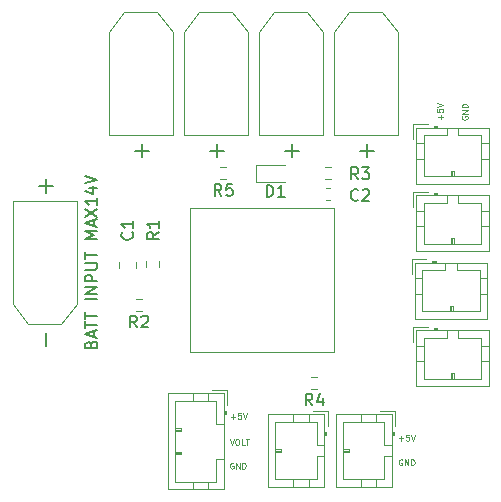
<source format=gbr>
%TF.GenerationSoftware,KiCad,Pcbnew,(5.1.9)-1*%
%TF.CreationDate,2021-02-27T14:58:15+09:00*%
%TF.ProjectId,universal_power_board_v1.2,756e6976-6572-4736-916c-5f706f776572,rev?*%
%TF.SameCoordinates,Original*%
%TF.FileFunction,Legend,Top*%
%TF.FilePolarity,Positive*%
%FSLAX46Y46*%
G04 Gerber Fmt 4.6, Leading zero omitted, Abs format (unit mm)*
G04 Created by KiCad (PCBNEW (5.1.9)-1) date 2021-02-27 14:58:15*
%MOMM*%
%LPD*%
G01*
G04 APERTURE LIST*
%ADD10C,0.125000*%
%ADD11C,0.100000*%
%ADD12C,0.120000*%
%ADD13C,0.150000*%
G04 APERTURE END LIST*
D10*
X112494107Y-92109480D02*
X112446488Y-92085670D01*
X112375060Y-92085670D01*
X112303631Y-92109480D01*
X112256012Y-92157099D01*
X112232202Y-92204718D01*
X112208393Y-92299956D01*
X112208393Y-92371384D01*
X112232202Y-92466622D01*
X112256012Y-92514241D01*
X112303631Y-92561860D01*
X112375060Y-92585670D01*
X112422679Y-92585670D01*
X112494107Y-92561860D01*
X112517917Y-92538051D01*
X112517917Y-92371384D01*
X112422679Y-92371384D01*
X112732202Y-92585670D02*
X112732202Y-92085670D01*
X113017917Y-92585670D01*
X113017917Y-92085670D01*
X113256012Y-92585670D02*
X113256012Y-92085670D01*
X113375060Y-92085670D01*
X113446488Y-92109480D01*
X113494107Y-92157099D01*
X113517917Y-92204718D01*
X113541726Y-92299956D01*
X113541726Y-92371384D01*
X113517917Y-92466622D01*
X113494107Y-92514241D01*
X113446488Y-92561860D01*
X113375060Y-92585670D01*
X113256012Y-92585670D01*
X112193331Y-90058750D02*
X112359998Y-90558750D01*
X112526664Y-90058750D01*
X112788569Y-90058750D02*
X112883807Y-90058750D01*
X112931426Y-90082560D01*
X112979045Y-90130179D01*
X113002855Y-90225417D01*
X113002855Y-90392083D01*
X112979045Y-90487321D01*
X112931426Y-90534940D01*
X112883807Y-90558750D01*
X112788569Y-90558750D01*
X112740950Y-90534940D01*
X112693331Y-90487321D01*
X112669521Y-90392083D01*
X112669521Y-90225417D01*
X112693331Y-90130179D01*
X112740950Y-90082560D01*
X112788569Y-90058750D01*
X113455236Y-90558750D02*
X113217140Y-90558750D01*
X113217140Y-90058750D01*
X113550474Y-90058750D02*
X113836188Y-90058750D01*
X113693331Y-90558750D02*
X113693331Y-90058750D01*
X112295702Y-88168634D02*
X112676655Y-88168634D01*
X112486179Y-88359110D02*
X112486179Y-87978158D01*
X113152845Y-87859110D02*
X112914750Y-87859110D01*
X112890940Y-88097205D01*
X112914750Y-88073396D01*
X112962369Y-88049586D01*
X113081417Y-88049586D01*
X113129036Y-88073396D01*
X113152845Y-88097205D01*
X113176655Y-88144824D01*
X113176655Y-88263872D01*
X113152845Y-88311491D01*
X113129036Y-88335300D01*
X113081417Y-88359110D01*
X112962369Y-88359110D01*
X112914750Y-88335300D01*
X112890940Y-88311491D01*
X113319512Y-87859110D02*
X113486179Y-88359110D01*
X113652845Y-87859110D01*
X126789227Y-91804680D02*
X126741608Y-91780870D01*
X126670180Y-91780870D01*
X126598751Y-91804680D01*
X126551132Y-91852299D01*
X126527322Y-91899918D01*
X126503513Y-91995156D01*
X126503513Y-92066584D01*
X126527322Y-92161822D01*
X126551132Y-92209441D01*
X126598751Y-92257060D01*
X126670180Y-92280870D01*
X126717799Y-92280870D01*
X126789227Y-92257060D01*
X126813037Y-92233251D01*
X126813037Y-92066584D01*
X126717799Y-92066584D01*
X127027322Y-92280870D02*
X127027322Y-91780870D01*
X127313037Y-92280870D01*
X127313037Y-91780870D01*
X127551132Y-92280870D02*
X127551132Y-91780870D01*
X127670180Y-91780870D01*
X127741608Y-91804680D01*
X127789227Y-91852299D01*
X127813037Y-91899918D01*
X127836846Y-91995156D01*
X127836846Y-92066584D01*
X127813037Y-92161822D01*
X127789227Y-92209441D01*
X127741608Y-92257060D01*
X127670180Y-92280870D01*
X127551132Y-92280870D01*
X126507002Y-90007594D02*
X126887955Y-90007594D01*
X126697479Y-90198070D02*
X126697479Y-89817118D01*
X127364145Y-89698070D02*
X127126050Y-89698070D01*
X127102240Y-89936165D01*
X127126050Y-89912356D01*
X127173669Y-89888546D01*
X127292717Y-89888546D01*
X127340336Y-89912356D01*
X127364145Y-89936165D01*
X127387955Y-89983784D01*
X127387955Y-90102832D01*
X127364145Y-90150451D01*
X127340336Y-90174260D01*
X127292717Y-90198070D01*
X127173669Y-90198070D01*
X127126050Y-90174260D01*
X127102240Y-90150451D01*
X127530812Y-89698070D02*
X127697479Y-90198070D01*
X127864145Y-89698070D01*
X130043074Y-62992237D02*
X130043074Y-62611284D01*
X130233550Y-62801760D02*
X129852598Y-62801760D01*
X129733550Y-62135094D02*
X129733550Y-62373189D01*
X129971645Y-62396999D01*
X129947836Y-62373189D01*
X129924026Y-62325570D01*
X129924026Y-62206522D01*
X129947836Y-62158903D01*
X129971645Y-62135094D01*
X130019264Y-62111284D01*
X130138312Y-62111284D01*
X130185931Y-62135094D01*
X130209740Y-62158903D01*
X130233550Y-62206522D01*
X130233550Y-62325570D01*
X130209740Y-62373189D01*
X130185931Y-62396999D01*
X129733550Y-61968427D02*
X130233550Y-61801760D01*
X129733550Y-61635094D01*
X131860480Y-62750652D02*
X131836670Y-62798271D01*
X131836670Y-62869700D01*
X131860480Y-62941128D01*
X131908099Y-62988747D01*
X131955718Y-63012557D01*
X132050956Y-63036366D01*
X132122384Y-63036366D01*
X132217622Y-63012557D01*
X132265241Y-62988747D01*
X132312860Y-62941128D01*
X132336670Y-62869700D01*
X132336670Y-62822080D01*
X132312860Y-62750652D01*
X132289051Y-62726842D01*
X132122384Y-62726842D01*
X132122384Y-62822080D01*
X132336670Y-62512557D02*
X131836670Y-62512557D01*
X132336670Y-62226842D01*
X131836670Y-62226842D01*
X132336670Y-61988747D02*
X131836670Y-61988747D01*
X131836670Y-61869700D01*
X131860480Y-61798271D01*
X131908099Y-61750652D01*
X131955718Y-61726842D01*
X132050956Y-61703033D01*
X132122384Y-61703033D01*
X132217622Y-61726842D01*
X132265241Y-61750652D01*
X132312860Y-61798271D01*
X132336670Y-61869700D01*
X132336670Y-61988747D01*
D11*
%TO.C,U1*%
X108865130Y-82673000D02*
X108865130Y-70483000D01*
X121055130Y-82673000D02*
X108865130Y-82673000D01*
X121055130Y-70483000D02*
X121055130Y-82673000D01*
X108865130Y-70483000D02*
X121055130Y-70483000D01*
D12*
%TO.C,R5*%
X111911224Y-67041500D02*
X111401776Y-67041500D01*
X111911224Y-68086500D02*
X111401776Y-68086500D01*
%TO.C,R4*%
X119611224Y-84821500D02*
X119101776Y-84821500D01*
X119611224Y-85866500D02*
X119101776Y-85866500D01*
%TO.C,R3*%
X120244776Y-68086500D02*
X120754224Y-68086500D01*
X120244776Y-67041500D02*
X120754224Y-67041500D01*
%TO.C,R2*%
X104752224Y-79262500D02*
X104242776Y-79262500D01*
X104752224Y-78217500D02*
X104242776Y-78217500D01*
%TO.C,R1*%
X106186500Y-74952776D02*
X106186500Y-75462224D01*
X105141500Y-74952776D02*
X105141500Y-75462224D01*
%TO.C,J12*%
X125115000Y-53932000D02*
X122295000Y-53932000D01*
X122295000Y-53932000D02*
X120995000Y-55632000D01*
X125115000Y-53932000D02*
X126415000Y-55632000D01*
X120995000Y-55632000D02*
X120995000Y-64352000D01*
X126415000Y-64352000D02*
X120995000Y-64352000D01*
X126415000Y-55632000D02*
X126415000Y-64352000D01*
%TO.C,J11*%
X118765000Y-53932000D02*
X115945000Y-53932000D01*
X115945000Y-53932000D02*
X114645000Y-55632000D01*
X118765000Y-53932000D02*
X120065000Y-55632000D01*
X114645000Y-55632000D02*
X114645000Y-64352000D01*
X120065000Y-64352000D02*
X114645000Y-64352000D01*
X120065000Y-55632000D02*
X120065000Y-64352000D01*
%TO.C,J10*%
X126189000Y-87683000D02*
X124939000Y-87683000D01*
X126189000Y-88933000D02*
X126189000Y-87683000D01*
X121779000Y-91043000D02*
X122279000Y-91043000D01*
X122279000Y-91143000D02*
X121779000Y-91143000D01*
X122279000Y-90943000D02*
X122279000Y-91143000D01*
X121779000Y-90943000D02*
X122279000Y-90943000D01*
X123279000Y-94103000D02*
X123279000Y-93493000D01*
X124579000Y-94103000D02*
X124579000Y-93493000D01*
X123279000Y-87983000D02*
X123279000Y-88593000D01*
X124579000Y-87983000D02*
X124579000Y-88593000D01*
X125279000Y-91543000D02*
X125889000Y-91543000D01*
X125279000Y-93493000D02*
X125279000Y-91543000D01*
X121779000Y-93493000D02*
X125279000Y-93493000D01*
X121779000Y-88593000D02*
X121779000Y-93493000D01*
X125279000Y-88593000D02*
X121779000Y-88593000D01*
X125279000Y-90543000D02*
X125279000Y-88593000D01*
X125889000Y-90543000D02*
X125279000Y-90543000D01*
X125989000Y-89743000D02*
X125989000Y-89443000D01*
X126089000Y-89443000D02*
X125889000Y-89443000D01*
X126089000Y-89743000D02*
X126089000Y-89443000D01*
X125889000Y-89743000D02*
X126089000Y-89743000D01*
X125889000Y-94103000D02*
X125889000Y-87983000D01*
X121169000Y-94103000D02*
X125889000Y-94103000D01*
X121169000Y-87983000D02*
X121169000Y-94103000D01*
X125889000Y-87983000D02*
X121169000Y-87983000D01*
%TO.C,J9*%
X120474000Y-87683000D02*
X119224000Y-87683000D01*
X120474000Y-88933000D02*
X120474000Y-87683000D01*
X116064000Y-91043000D02*
X116564000Y-91043000D01*
X116564000Y-91143000D02*
X116064000Y-91143000D01*
X116564000Y-90943000D02*
X116564000Y-91143000D01*
X116064000Y-90943000D02*
X116564000Y-90943000D01*
X117564000Y-94103000D02*
X117564000Y-93493000D01*
X118864000Y-94103000D02*
X118864000Y-93493000D01*
X117564000Y-87983000D02*
X117564000Y-88593000D01*
X118864000Y-87983000D02*
X118864000Y-88593000D01*
X119564000Y-91543000D02*
X120174000Y-91543000D01*
X119564000Y-93493000D02*
X119564000Y-91543000D01*
X116064000Y-93493000D02*
X119564000Y-93493000D01*
X116064000Y-88593000D02*
X116064000Y-93493000D01*
X119564000Y-88593000D02*
X116064000Y-88593000D01*
X119564000Y-90543000D02*
X119564000Y-88593000D01*
X120174000Y-90543000D02*
X119564000Y-90543000D01*
X120274000Y-89743000D02*
X120274000Y-89443000D01*
X120374000Y-89443000D02*
X120174000Y-89443000D01*
X120374000Y-89743000D02*
X120374000Y-89443000D01*
X120174000Y-89743000D02*
X120374000Y-89743000D01*
X120174000Y-94103000D02*
X120174000Y-87983000D01*
X115454000Y-94103000D02*
X120174000Y-94103000D01*
X115454000Y-87983000D02*
X115454000Y-94103000D01*
X120174000Y-87983000D02*
X115454000Y-87983000D01*
%TO.C,J8*%
X127688000Y-80567000D02*
X127688000Y-81817000D01*
X128938000Y-80567000D02*
X127688000Y-80567000D01*
X131048000Y-84977000D02*
X131048000Y-84477000D01*
X131148000Y-84477000D02*
X131148000Y-84977000D01*
X130948000Y-84477000D02*
X131148000Y-84477000D01*
X130948000Y-84977000D02*
X130948000Y-84477000D01*
X134108000Y-83477000D02*
X133498000Y-83477000D01*
X134108000Y-82177000D02*
X133498000Y-82177000D01*
X127988000Y-83477000D02*
X128598000Y-83477000D01*
X127988000Y-82177000D02*
X128598000Y-82177000D01*
X131548000Y-81477000D02*
X131548000Y-80867000D01*
X133498000Y-81477000D02*
X131548000Y-81477000D01*
X133498000Y-84977000D02*
X133498000Y-81477000D01*
X128598000Y-84977000D02*
X133498000Y-84977000D01*
X128598000Y-81477000D02*
X128598000Y-84977000D01*
X130548000Y-81477000D02*
X128598000Y-81477000D01*
X130548000Y-80867000D02*
X130548000Y-81477000D01*
X129748000Y-80767000D02*
X129448000Y-80767000D01*
X129448000Y-80667000D02*
X129448000Y-80867000D01*
X129748000Y-80667000D02*
X129448000Y-80667000D01*
X129748000Y-80867000D02*
X129748000Y-80667000D01*
X134108000Y-80867000D02*
X127988000Y-80867000D01*
X134108000Y-85587000D02*
X134108000Y-80867000D01*
X127988000Y-85587000D02*
X134108000Y-85587000D01*
X127988000Y-80867000D02*
X127988000Y-85587000D01*
%TO.C,J7*%
X127593000Y-74852000D02*
X127593000Y-76102000D01*
X128843000Y-74852000D02*
X127593000Y-74852000D01*
X130953000Y-79262000D02*
X130953000Y-78762000D01*
X131053000Y-78762000D02*
X131053000Y-79262000D01*
X130853000Y-78762000D02*
X131053000Y-78762000D01*
X130853000Y-79262000D02*
X130853000Y-78762000D01*
X134013000Y-77762000D02*
X133403000Y-77762000D01*
X134013000Y-76462000D02*
X133403000Y-76462000D01*
X127893000Y-77762000D02*
X128503000Y-77762000D01*
X127893000Y-76462000D02*
X128503000Y-76462000D01*
X131453000Y-75762000D02*
X131453000Y-75152000D01*
X133403000Y-75762000D02*
X131453000Y-75762000D01*
X133403000Y-79262000D02*
X133403000Y-75762000D01*
X128503000Y-79262000D02*
X133403000Y-79262000D01*
X128503000Y-75762000D02*
X128503000Y-79262000D01*
X130453000Y-75762000D02*
X128503000Y-75762000D01*
X130453000Y-75152000D02*
X130453000Y-75762000D01*
X129653000Y-75052000D02*
X129353000Y-75052000D01*
X129353000Y-74952000D02*
X129353000Y-75152000D01*
X129653000Y-74952000D02*
X129353000Y-74952000D01*
X129653000Y-75152000D02*
X129653000Y-74952000D01*
X134013000Y-75152000D02*
X127893000Y-75152000D01*
X134013000Y-79872000D02*
X134013000Y-75152000D01*
X127893000Y-79872000D02*
X134013000Y-79872000D01*
X127893000Y-75152000D02*
X127893000Y-79872000D01*
%TO.C,J6*%
X112415000Y-53932000D02*
X109595000Y-53932000D01*
X109595000Y-53932000D02*
X108295000Y-55632000D01*
X112415000Y-53932000D02*
X113715000Y-55632000D01*
X108295000Y-55632000D02*
X108295000Y-64352000D01*
X113715000Y-64352000D02*
X108295000Y-64352000D01*
X113715000Y-55632000D02*
X113715000Y-64352000D01*
%TO.C,J5*%
X127688000Y-69137000D02*
X127688000Y-70387000D01*
X128938000Y-69137000D02*
X127688000Y-69137000D01*
X131048000Y-73547000D02*
X131048000Y-73047000D01*
X131148000Y-73047000D02*
X131148000Y-73547000D01*
X130948000Y-73047000D02*
X131148000Y-73047000D01*
X130948000Y-73547000D02*
X130948000Y-73047000D01*
X134108000Y-72047000D02*
X133498000Y-72047000D01*
X134108000Y-70747000D02*
X133498000Y-70747000D01*
X127988000Y-72047000D02*
X128598000Y-72047000D01*
X127988000Y-70747000D02*
X128598000Y-70747000D01*
X131548000Y-70047000D02*
X131548000Y-69437000D01*
X133498000Y-70047000D02*
X131548000Y-70047000D01*
X133498000Y-73547000D02*
X133498000Y-70047000D01*
X128598000Y-73547000D02*
X133498000Y-73547000D01*
X128598000Y-70047000D02*
X128598000Y-73547000D01*
X130548000Y-70047000D02*
X128598000Y-70047000D01*
X130548000Y-69437000D02*
X130548000Y-70047000D01*
X129748000Y-69337000D02*
X129448000Y-69337000D01*
X129448000Y-69237000D02*
X129448000Y-69437000D01*
X129748000Y-69237000D02*
X129448000Y-69237000D01*
X129748000Y-69437000D02*
X129748000Y-69237000D01*
X134108000Y-69437000D02*
X127988000Y-69437000D01*
X134108000Y-74157000D02*
X134108000Y-69437000D01*
X127988000Y-74157000D02*
X134108000Y-74157000D01*
X127988000Y-69437000D02*
X127988000Y-74157000D01*
%TO.C,J4*%
X127688000Y-63422000D02*
X127688000Y-64672000D01*
X128938000Y-63422000D02*
X127688000Y-63422000D01*
X131048000Y-67832000D02*
X131048000Y-67332000D01*
X131148000Y-67332000D02*
X131148000Y-67832000D01*
X130948000Y-67332000D02*
X131148000Y-67332000D01*
X130948000Y-67832000D02*
X130948000Y-67332000D01*
X134108000Y-66332000D02*
X133498000Y-66332000D01*
X134108000Y-65032000D02*
X133498000Y-65032000D01*
X127988000Y-66332000D02*
X128598000Y-66332000D01*
X127988000Y-65032000D02*
X128598000Y-65032000D01*
X131548000Y-64332000D02*
X131548000Y-63722000D01*
X133498000Y-64332000D02*
X131548000Y-64332000D01*
X133498000Y-67832000D02*
X133498000Y-64332000D01*
X128598000Y-67832000D02*
X133498000Y-67832000D01*
X128598000Y-64332000D02*
X128598000Y-67832000D01*
X130548000Y-64332000D02*
X128598000Y-64332000D01*
X130548000Y-63722000D02*
X130548000Y-64332000D01*
X129748000Y-63622000D02*
X129448000Y-63622000D01*
X129448000Y-63522000D02*
X129448000Y-63722000D01*
X129748000Y-63522000D02*
X129448000Y-63522000D01*
X129748000Y-63722000D02*
X129748000Y-63522000D01*
X134108000Y-63722000D02*
X127988000Y-63722000D01*
X134108000Y-68442000D02*
X134108000Y-63722000D01*
X127988000Y-68442000D02*
X134108000Y-68442000D01*
X127988000Y-63722000D02*
X127988000Y-68442000D01*
%TO.C,J3*%
X106058000Y-53932000D02*
X103238000Y-53932000D01*
X103238000Y-53932000D02*
X101938000Y-55632000D01*
X106058000Y-53932000D02*
X107358000Y-55632000D01*
X101938000Y-55632000D02*
X101938000Y-64352000D01*
X107358000Y-64352000D02*
X101938000Y-64352000D01*
X107358000Y-55632000D02*
X107358000Y-64352000D01*
%TO.C,J2*%
X95110000Y-80354000D02*
X97930000Y-80354000D01*
X97930000Y-80354000D02*
X99230000Y-78654000D01*
X95110000Y-80354000D02*
X93810000Y-78654000D01*
X99230000Y-78654000D02*
X99230000Y-69934000D01*
X93810000Y-69934000D02*
X99230000Y-69934000D01*
X93810000Y-78654000D02*
X93810000Y-69934000D01*
%TO.C,J1*%
X111965000Y-85905000D02*
X110715000Y-85905000D01*
X111965000Y-87155000D02*
X111965000Y-85905000D01*
X107555000Y-91265000D02*
X108055000Y-91265000D01*
X108055000Y-91365000D02*
X107555000Y-91365000D01*
X108055000Y-91165000D02*
X108055000Y-91365000D01*
X107555000Y-91165000D02*
X108055000Y-91165000D01*
X107555000Y-89265000D02*
X108055000Y-89265000D01*
X108055000Y-89365000D02*
X107555000Y-89365000D01*
X108055000Y-89165000D02*
X108055000Y-89365000D01*
X107555000Y-89165000D02*
X108055000Y-89165000D01*
X109055000Y-94325000D02*
X109055000Y-93715000D01*
X110355000Y-94325000D02*
X110355000Y-93715000D01*
X109055000Y-86205000D02*
X109055000Y-86815000D01*
X110355000Y-86205000D02*
X110355000Y-86815000D01*
X111055000Y-91765000D02*
X111665000Y-91765000D01*
X111055000Y-93715000D02*
X111055000Y-91765000D01*
X107555000Y-93715000D02*
X111055000Y-93715000D01*
X107555000Y-86815000D02*
X107555000Y-93715000D01*
X111055000Y-86815000D02*
X107555000Y-86815000D01*
X111055000Y-88765000D02*
X111055000Y-86815000D01*
X111665000Y-88765000D02*
X111055000Y-88765000D01*
X111765000Y-87965000D02*
X111765000Y-87665000D01*
X111865000Y-87665000D02*
X111665000Y-87665000D01*
X111865000Y-87965000D02*
X111865000Y-87665000D01*
X111665000Y-87965000D02*
X111865000Y-87965000D01*
X111665000Y-94325000D02*
X111665000Y-86205000D01*
X106945000Y-94325000D02*
X111665000Y-94325000D01*
X106945000Y-86205000D02*
X106945000Y-94325000D01*
X111665000Y-86205000D02*
X106945000Y-86205000D01*
%TO.C,D1*%
X114404000Y-68299000D02*
X116864000Y-68299000D01*
X114404000Y-66829000D02*
X114404000Y-68299000D01*
X116864000Y-66829000D02*
X114404000Y-66829000D01*
%TO.C,C2*%
X120337733Y-69852000D02*
X120680267Y-69852000D01*
X120337733Y-68832000D02*
X120680267Y-68832000D01*
%TO.C,C1*%
X104215000Y-75058748D02*
X104215000Y-75581252D01*
X102795000Y-75058748D02*
X102795000Y-75581252D01*
%TO.C,R5*%
D13*
X111489193Y-69471800D02*
X111155860Y-68995610D01*
X110917764Y-69471800D02*
X110917764Y-68471800D01*
X111298717Y-68471800D01*
X111393955Y-68519420D01*
X111441574Y-68567039D01*
X111489193Y-68662277D01*
X111489193Y-68805134D01*
X111441574Y-68900372D01*
X111393955Y-68947991D01*
X111298717Y-68995610D01*
X110917764Y-68995610D01*
X112393955Y-68471800D02*
X111917764Y-68471800D01*
X111870145Y-68947991D01*
X111917764Y-68900372D01*
X112013002Y-68852753D01*
X112251098Y-68852753D01*
X112346336Y-68900372D01*
X112393955Y-68947991D01*
X112441574Y-69043229D01*
X112441574Y-69281324D01*
X112393955Y-69376562D01*
X112346336Y-69424181D01*
X112251098Y-69471800D01*
X112013002Y-69471800D01*
X111917764Y-69424181D01*
X111870145Y-69376562D01*
%TO.C,R4*%
X119189833Y-87226380D02*
X118856500Y-86750190D01*
X118618404Y-87226380D02*
X118618404Y-86226380D01*
X118999357Y-86226380D01*
X119094595Y-86274000D01*
X119142214Y-86321619D01*
X119189833Y-86416857D01*
X119189833Y-86559714D01*
X119142214Y-86654952D01*
X119094595Y-86702571D01*
X118999357Y-86750190D01*
X118618404Y-86750190D01*
X120046976Y-86559714D02*
X120046976Y-87226380D01*
X119808880Y-86178761D02*
X119570785Y-86893047D01*
X120189833Y-86893047D01*
%TO.C,R3*%
X123061433Y-68072260D02*
X122728100Y-67596070D01*
X122490004Y-68072260D02*
X122490004Y-67072260D01*
X122870957Y-67072260D01*
X122966195Y-67119880D01*
X123013814Y-67167499D01*
X123061433Y-67262737D01*
X123061433Y-67405594D01*
X123013814Y-67500832D01*
X122966195Y-67548451D01*
X122870957Y-67596070D01*
X122490004Y-67596070D01*
X123394766Y-67072260D02*
X124013814Y-67072260D01*
X123680480Y-67453213D01*
X123823338Y-67453213D01*
X123918576Y-67500832D01*
X123966195Y-67548451D01*
X124013814Y-67643689D01*
X124013814Y-67881784D01*
X123966195Y-67977022D01*
X123918576Y-68024641D01*
X123823338Y-68072260D01*
X123537623Y-68072260D01*
X123442385Y-68024641D01*
X123394766Y-67977022D01*
%TO.C,R2*%
X104330833Y-80622380D02*
X103997500Y-80146190D01*
X103759404Y-80622380D02*
X103759404Y-79622380D01*
X104140357Y-79622380D01*
X104235595Y-79670000D01*
X104283214Y-79717619D01*
X104330833Y-79812857D01*
X104330833Y-79955714D01*
X104283214Y-80050952D01*
X104235595Y-80098571D01*
X104140357Y-80146190D01*
X103759404Y-80146190D01*
X104711785Y-79717619D02*
X104759404Y-79670000D01*
X104854642Y-79622380D01*
X105092738Y-79622380D01*
X105187976Y-79670000D01*
X105235595Y-79717619D01*
X105283214Y-79812857D01*
X105283214Y-79908095D01*
X105235595Y-80050952D01*
X104664166Y-80622380D01*
X105283214Y-80622380D01*
%TO.C,R1*%
X106167180Y-72546506D02*
X105690990Y-72879840D01*
X106167180Y-73117935D02*
X105167180Y-73117935D01*
X105167180Y-72736982D01*
X105214800Y-72641744D01*
X105262419Y-72594125D01*
X105357657Y-72546506D01*
X105500514Y-72546506D01*
X105595752Y-72594125D01*
X105643371Y-72641744D01*
X105690990Y-72736982D01*
X105690990Y-73117935D01*
X106167180Y-71594125D02*
X106167180Y-72165554D01*
X106167180Y-71879840D02*
X105167180Y-71879840D01*
X105310038Y-71975078D01*
X105405276Y-72070316D01*
X105452895Y-72165554D01*
%TO.C,J12*%
X123812142Y-66213428D02*
X123812142Y-65070571D01*
X124383571Y-65642000D02*
X123240714Y-65642000D01*
%TO.C,J11*%
X117462142Y-66213428D02*
X117462142Y-65070571D01*
X118033571Y-65642000D02*
X116890714Y-65642000D01*
%TO.C,J6*%
X111112142Y-66213428D02*
X111112142Y-65070571D01*
X111683571Y-65642000D02*
X110540714Y-65642000D01*
%TO.C,J3*%
X104755142Y-66213428D02*
X104755142Y-65070571D01*
X105326571Y-65642000D02*
X104183714Y-65642000D01*
%TO.C,J2*%
X100448571Y-82048761D02*
X100496190Y-81905904D01*
X100543809Y-81858285D01*
X100639047Y-81810666D01*
X100781904Y-81810666D01*
X100877142Y-81858285D01*
X100924761Y-81905904D01*
X100972380Y-82001142D01*
X100972380Y-82382095D01*
X99972380Y-82382095D01*
X99972380Y-82048761D01*
X100020000Y-81953523D01*
X100067619Y-81905904D01*
X100162857Y-81858285D01*
X100258095Y-81858285D01*
X100353333Y-81905904D01*
X100400952Y-81953523D01*
X100448571Y-82048761D01*
X100448571Y-82382095D01*
X100686666Y-81429714D02*
X100686666Y-80953523D01*
X100972380Y-81524952D02*
X99972380Y-81191619D01*
X100972380Y-80858285D01*
X99972380Y-80667809D02*
X99972380Y-80096380D01*
X100972380Y-80382095D02*
X99972380Y-80382095D01*
X99972380Y-79905904D02*
X99972380Y-79334476D01*
X100972380Y-79620190D02*
X99972380Y-79620190D01*
X100972380Y-78239238D02*
X99972380Y-78239238D01*
X100972380Y-77763047D02*
X99972380Y-77763047D01*
X100972380Y-77191619D01*
X99972380Y-77191619D01*
X100972380Y-76715428D02*
X99972380Y-76715428D01*
X99972380Y-76334476D01*
X100020000Y-76239238D01*
X100067619Y-76191619D01*
X100162857Y-76144000D01*
X100305714Y-76144000D01*
X100400952Y-76191619D01*
X100448571Y-76239238D01*
X100496190Y-76334476D01*
X100496190Y-76715428D01*
X99972380Y-75715428D02*
X100781904Y-75715428D01*
X100877142Y-75667809D01*
X100924761Y-75620190D01*
X100972380Y-75524952D01*
X100972380Y-75334476D01*
X100924761Y-75239238D01*
X100877142Y-75191619D01*
X100781904Y-75144000D01*
X99972380Y-75144000D01*
X99972380Y-74810666D02*
X99972380Y-74239238D01*
X100972380Y-74524952D02*
X99972380Y-74524952D01*
X100972380Y-73144000D02*
X99972380Y-73144000D01*
X100686666Y-72810666D01*
X99972380Y-72477333D01*
X100972380Y-72477333D01*
X100686666Y-72048761D02*
X100686666Y-71572571D01*
X100972380Y-72144000D02*
X99972380Y-71810666D01*
X100972380Y-71477333D01*
X99972380Y-71239238D02*
X100972380Y-70572571D01*
X99972380Y-70572571D02*
X100972380Y-71239238D01*
X100972380Y-69667809D02*
X100972380Y-70239238D01*
X100972380Y-69953523D02*
X99972380Y-69953523D01*
X100115238Y-70048761D01*
X100210476Y-70144000D01*
X100258095Y-70239238D01*
X100305714Y-68810666D02*
X100972380Y-68810666D01*
X99924761Y-69048761D02*
X100639047Y-69286857D01*
X100639047Y-68667809D01*
X99972380Y-68429714D02*
X100972380Y-68096380D01*
X99972380Y-67763047D01*
X96627142Y-82215428D02*
X96627142Y-81072571D01*
X96627142Y-69215428D02*
X96627142Y-68072571D01*
X97198571Y-68644000D02*
X96055714Y-68644000D01*
%TO.C,D1*%
X115309424Y-69558160D02*
X115309424Y-68558160D01*
X115547520Y-68558160D01*
X115690377Y-68605780D01*
X115785615Y-68701018D01*
X115833234Y-68796256D01*
X115880853Y-68986732D01*
X115880853Y-69129589D01*
X115833234Y-69320065D01*
X115785615Y-69415303D01*
X115690377Y-69510541D01*
X115547520Y-69558160D01*
X115309424Y-69558160D01*
X116833234Y-69558160D02*
X116261805Y-69558160D01*
X116547520Y-69558160D02*
X116547520Y-68558160D01*
X116452281Y-68701018D01*
X116357043Y-68796256D01*
X116261805Y-68843875D01*
%TO.C,C2*%
X123061433Y-69800742D02*
X123013814Y-69848361D01*
X122870957Y-69895980D01*
X122775719Y-69895980D01*
X122632861Y-69848361D01*
X122537623Y-69753123D01*
X122490004Y-69657885D01*
X122442385Y-69467409D01*
X122442385Y-69324552D01*
X122490004Y-69134076D01*
X122537623Y-69038838D01*
X122632861Y-68943600D01*
X122775719Y-68895980D01*
X122870957Y-68895980D01*
X123013814Y-68943600D01*
X123061433Y-68991219D01*
X123442385Y-68991219D02*
X123490004Y-68943600D01*
X123585242Y-68895980D01*
X123823338Y-68895980D01*
X123918576Y-68943600D01*
X123966195Y-68991219D01*
X124013814Y-69086457D01*
X124013814Y-69181695D01*
X123966195Y-69324552D01*
X123394766Y-69895980D01*
X124013814Y-69895980D01*
%TO.C,C1*%
X103920562Y-72564286D02*
X103968181Y-72611905D01*
X104015800Y-72754762D01*
X104015800Y-72850000D01*
X103968181Y-72992858D01*
X103872943Y-73088096D01*
X103777705Y-73135715D01*
X103587229Y-73183334D01*
X103444372Y-73183334D01*
X103253896Y-73135715D01*
X103158658Y-73088096D01*
X103063420Y-72992858D01*
X103015800Y-72850000D01*
X103015800Y-72754762D01*
X103063420Y-72611905D01*
X103111039Y-72564286D01*
X104015800Y-71611905D02*
X104015800Y-72183334D01*
X104015800Y-71897620D02*
X103015800Y-71897620D01*
X103158658Y-71992858D01*
X103253896Y-72088096D01*
X103301515Y-72183334D01*
%TD*%
M02*

</source>
